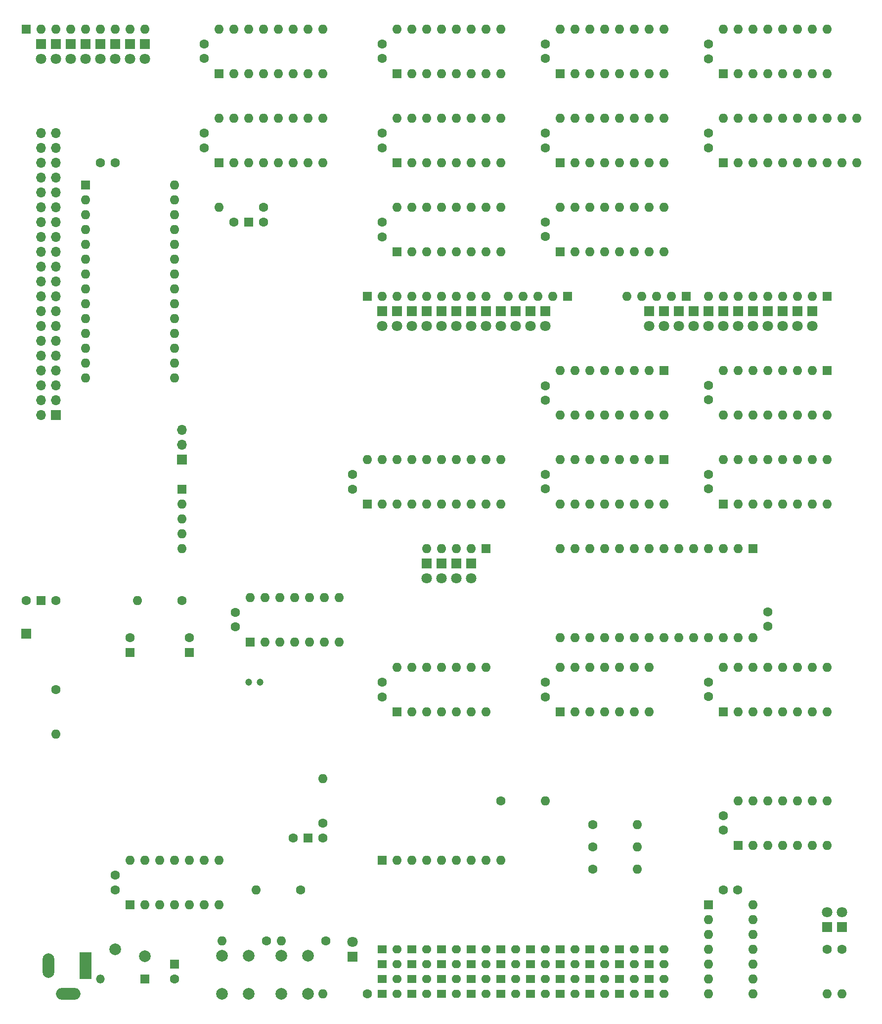
<source format=gbr>
%TF.GenerationSoftware,KiCad,Pcbnew,8.0.6*%
%TF.CreationDate,2025-02-22T13:50:16+09:00*%
%TF.ProjectId,HC4_KiCad,4843345f-4b69-4436-9164-2e6b69636164,rev?*%
%TF.SameCoordinates,Original*%
%TF.FileFunction,Soldermask,Top*%
%TF.FilePolarity,Negative*%
%FSLAX46Y46*%
G04 Gerber Fmt 4.6, Leading zero omitted, Abs format (unit mm)*
G04 Created by KiCad (PCBNEW 8.0.6) date 2025-02-22 13:50:16*
%MOMM*%
%LPD*%
G01*
G04 APERTURE LIST*
%ADD10R,1.800000X1.800000*%
%ADD11C,1.800000*%
%ADD12R,1.600000X1.600000*%
%ADD13O,1.600000X1.600000*%
%ADD14R,1.600000X1.400000*%
%ADD15O,1.600000X1.400000*%
%ADD16R,1.700000X1.700000*%
%ADD17C,1.600000*%
%ADD18O,1.700000X1.700000*%
%ADD19R,2.000000X4.600000*%
%ADD20O,2.000000X4.200000*%
%ADD21O,4.200000X2.000000*%
%ADD22R,1.500000X1.500000*%
%ADD23C,2.000000*%
%ADD24C,2.010000*%
%ADD25O,1.500000X1.500000*%
%ADD26C,1.200000*%
G04 APERTURE END LIST*
D10*
%TO.C,LD14*%
X180340000Y-78740000D03*
D11*
X180340000Y-81280000D03*
%TD*%
D12*
%TO.C,IC2*%
X220980000Y-119380000D03*
D13*
X218440000Y-119380000D03*
X215900000Y-119380000D03*
X213360000Y-119380000D03*
X210820000Y-119380000D03*
X208280000Y-119380000D03*
X205740000Y-119380000D03*
X203200000Y-119380000D03*
X200660000Y-119380000D03*
X198120000Y-119380000D03*
X195580000Y-119380000D03*
X193040000Y-119380000D03*
X190500000Y-119380000D03*
X187960000Y-119380000D03*
X187960000Y-134620000D03*
X190500000Y-134620000D03*
X193040000Y-134620000D03*
X195580000Y-134620000D03*
X198120000Y-134620000D03*
X200660000Y-134620000D03*
X203200000Y-134620000D03*
X205740000Y-134620000D03*
X208280000Y-134620000D03*
X210820000Y-134620000D03*
X213360000Y-134620000D03*
X215900000Y-134620000D03*
X218440000Y-134620000D03*
X220980000Y-134620000D03*
%TD*%
D14*
%TO.C,D38*%
X203200000Y-187960000D03*
D15*
X205740000Y-187960000D03*
%TD*%
D14*
%TO.C,D40*%
X203200000Y-193040000D03*
D15*
X205740000Y-193040000D03*
%TD*%
D14*
%TO.C,D36*%
X198120000Y-193040000D03*
D15*
X200660000Y-193040000D03*
%TD*%
D12*
%TO.C,IC23*%
X215900000Y-111760000D03*
D13*
X218440000Y-111760000D03*
X220980000Y-111760000D03*
X223520000Y-111760000D03*
X226060000Y-111760000D03*
X228600000Y-111760000D03*
X231140000Y-111760000D03*
X233680000Y-111760000D03*
X233680000Y-104140000D03*
X231140000Y-104140000D03*
X228600000Y-104140000D03*
X226060000Y-104140000D03*
X223520000Y-104140000D03*
X220980000Y-104140000D03*
X218440000Y-104140000D03*
X215900000Y-104140000D03*
%TD*%
D10*
%TO.C,LD11*%
X182880000Y-78740000D03*
D11*
X182880000Y-81280000D03*
%TD*%
D14*
%TO.C,D18*%
X177800000Y-187960000D03*
D15*
X180340000Y-187960000D03*
%TD*%
D14*
%TO.C,D20*%
X177800000Y-193040000D03*
D15*
X180340000Y-193040000D03*
%TD*%
D10*
%TO.C,LD2*%
X233680000Y-184155000D03*
D11*
X233680000Y-181615000D03*
%TD*%
D16*
%TO.C,J2*%
X96520000Y-133985000D03*
%TD*%
D14*
%TO.C,D27*%
X187960000Y-190500000D03*
D15*
X190500000Y-190500000D03*
%TD*%
D17*
%TO.C,CP7*%
X185420000Y-48300000D03*
X185420000Y-50800000D03*
%TD*%
D10*
%TO.C,LD9*%
X175260000Y-78740000D03*
D11*
X175260000Y-81280000D03*
%TD*%
D17*
%TO.C,CP8*%
X185420000Y-63500000D03*
X185420000Y-66000000D03*
%TD*%
D10*
%TO.C,LD6*%
X167640000Y-121920000D03*
D11*
X167640000Y-124460000D03*
%TD*%
D12*
%TO.C,IC5*%
X160020000Y-53380000D03*
D13*
X162560000Y-53380000D03*
X165100000Y-53380000D03*
X167640000Y-53380000D03*
X170180000Y-53380000D03*
X172720000Y-53380000D03*
X175260000Y-53380000D03*
X177800000Y-53380000D03*
X177800000Y-45760000D03*
X175260000Y-45760000D03*
X172720000Y-45760000D03*
X170180000Y-45760000D03*
X167640000Y-45760000D03*
X165100000Y-45760000D03*
X162560000Y-45760000D03*
X160020000Y-45760000D03*
%TD*%
D12*
%TO.C,C1*%
X121920000Y-190540000D03*
D17*
X121920000Y-193040000D03*
%TD*%
D14*
%TO.C,D8*%
X162560000Y-193040000D03*
D15*
X165100000Y-193040000D03*
%TD*%
D14*
%TO.C,D2*%
X157480000Y-187960000D03*
D15*
X160020000Y-187960000D03*
%TD*%
D16*
%TO.C,JP1*%
X123190000Y-104140000D03*
D18*
X123190000Y-101600000D03*
X123190000Y-99060000D03*
%TD*%
D19*
%TO.C,J1*%
X106680000Y-190780000D03*
D20*
X100380000Y-190780000D03*
D21*
X103780000Y-195580000D03*
%TD*%
D12*
%TO.C,IC21*%
X215900000Y-147320000D03*
D13*
X218440000Y-147320000D03*
X220980000Y-147320000D03*
X223520000Y-147320000D03*
X226060000Y-147320000D03*
X228600000Y-147320000D03*
X231140000Y-147320000D03*
X233680000Y-147320000D03*
X233680000Y-139700000D03*
X231140000Y-139700000D03*
X228600000Y-139700000D03*
X226060000Y-139700000D03*
X223520000Y-139700000D03*
X220980000Y-139700000D03*
X218440000Y-139700000D03*
X215900000Y-139700000D03*
%TD*%
D12*
%TO.C,IC18*%
X218440000Y-170180000D03*
D13*
X220980000Y-170180000D03*
X223520000Y-170180000D03*
X226060000Y-170180000D03*
X228600000Y-170180000D03*
X231140000Y-170180000D03*
X233680000Y-170180000D03*
X233680000Y-162560000D03*
X231140000Y-162560000D03*
X228600000Y-162560000D03*
X226060000Y-162560000D03*
X223520000Y-162560000D03*
X220980000Y-162560000D03*
X218440000Y-162560000D03*
%TD*%
D14*
%TO.C,D32*%
X193040000Y-193040000D03*
D15*
X195580000Y-193040000D03*
%TD*%
D12*
%TO.C,RN7*%
X233680000Y-76200000D03*
D13*
X231140000Y-76200000D03*
X228600000Y-76200000D03*
X226060000Y-76200000D03*
X223520000Y-76200000D03*
X220980000Y-76200000D03*
X218440000Y-76200000D03*
X215900000Y-76200000D03*
X213360000Y-76200000D03*
%TD*%
D14*
%TO.C,D41*%
X203200000Y-195580000D03*
D15*
X205740000Y-195580000D03*
%TD*%
D10*
%TO.C,LD17*%
X177800000Y-78740000D03*
D11*
X177800000Y-81280000D03*
%TD*%
D10*
%TO.C,LD23*%
X106680000Y-33020000D03*
D11*
X106680000Y-35560000D03*
%TD*%
D22*
%TO.C,SW5*%
X144780000Y-168910000D03*
D17*
X147320000Y-168910000D03*
X142240000Y-168910000D03*
%TD*%
D14*
%TO.C,D9*%
X162560000Y-195580000D03*
D15*
X165100000Y-195580000D03*
%TD*%
D10*
%TO.C,LD28*%
X231140000Y-78740000D03*
D11*
X231140000Y-81280000D03*
%TD*%
D12*
%TO.C,C2*%
X124460000Y-137160000D03*
D17*
X124460000Y-134660000D03*
%TD*%
D16*
%TO.C,J3*%
X101600000Y-96520000D03*
D18*
X99060000Y-96520000D03*
X101600000Y-93980000D03*
X99060000Y-93980000D03*
X101600000Y-91440000D03*
X99060000Y-91440000D03*
X101600000Y-88900000D03*
X99060000Y-88900000D03*
X101600000Y-86360000D03*
X99060000Y-86360000D03*
X101600000Y-83820000D03*
X99060000Y-83820000D03*
X101600000Y-81280000D03*
X99060000Y-81280000D03*
X101600000Y-78740000D03*
X99060000Y-78740000D03*
X101600000Y-76200000D03*
X99060000Y-76200000D03*
X101600000Y-73660000D03*
X99060000Y-73660000D03*
X101600000Y-71120000D03*
X99060000Y-71120000D03*
X101600000Y-68580000D03*
X99060000Y-68580000D03*
X101600000Y-66040000D03*
X99060000Y-66040000D03*
X101600000Y-63500000D03*
X99060000Y-63500000D03*
X101600000Y-60960000D03*
X99060000Y-60960000D03*
X101600000Y-58420000D03*
X99060000Y-58420000D03*
X101600000Y-55880000D03*
X99060000Y-55880000D03*
X101600000Y-53340000D03*
X99060000Y-53340000D03*
X101600000Y-50800000D03*
X99060000Y-50800000D03*
X101600000Y-48260000D03*
X99060000Y-48260000D03*
%TD*%
D17*
%TO.C,CP11*%
X213360000Y-33060000D03*
X213360000Y-35560000D03*
%TD*%
D12*
%TO.C,RN4*%
X154940000Y-76200000D03*
D13*
X157480000Y-76200000D03*
X160020000Y-76200000D03*
X162560000Y-76200000D03*
X165100000Y-76200000D03*
X167640000Y-76200000D03*
X170180000Y-76200000D03*
X172720000Y-76200000D03*
X175260000Y-76200000D03*
%TD*%
D14*
%TO.C,D35*%
X198120000Y-190500000D03*
D15*
X200660000Y-190500000D03*
%TD*%
D22*
%TO.C,SW2*%
X134620000Y-63500000D03*
D17*
X137160000Y-63500000D03*
X132080000Y-63500000D03*
%TD*%
D10*
%TO.C,LD7*%
X165100000Y-121960000D03*
D11*
X165100000Y-124500000D03*
%TD*%
D10*
%TO.C,LD10*%
X165100000Y-78740000D03*
D11*
X165100000Y-81280000D03*
%TD*%
D12*
%TO.C,IC13*%
X205740000Y-88940000D03*
D13*
X203200000Y-88940000D03*
X200660000Y-88940000D03*
X198120000Y-88940000D03*
X195580000Y-88940000D03*
X193040000Y-88940000D03*
X190500000Y-88940000D03*
X187960000Y-88940000D03*
X187960000Y-96560000D03*
X190500000Y-96560000D03*
X193040000Y-96560000D03*
X195580000Y-96560000D03*
X198120000Y-96560000D03*
X200660000Y-96560000D03*
X203200000Y-96560000D03*
X205740000Y-96560000D03*
%TD*%
D17*
%TO.C,CP1*%
X111760000Y-53340000D03*
X109260000Y-53340000D03*
%TD*%
%TO.C,CP20*%
X157480000Y-142280000D03*
X157480000Y-144780000D03*
%TD*%
D12*
%TO.C,IC6*%
X160020000Y-68620000D03*
D13*
X162560000Y-68620000D03*
X165100000Y-68620000D03*
X167640000Y-68620000D03*
X170180000Y-68620000D03*
X172720000Y-68620000D03*
X175260000Y-68620000D03*
X177800000Y-68620000D03*
X177800000Y-61000000D03*
X175260000Y-61000000D03*
X172720000Y-61000000D03*
X170180000Y-61000000D03*
X167640000Y-61000000D03*
X165100000Y-61000000D03*
X162560000Y-61000000D03*
X160020000Y-61000000D03*
%TD*%
D10*
%TO.C,LD36*%
X210820000Y-78740000D03*
D11*
X210820000Y-81280000D03*
%TD*%
D12*
%TO.C,IC10*%
X134874000Y-135382000D03*
D13*
X137414000Y-135382000D03*
X139954000Y-135382000D03*
X142494000Y-135382000D03*
X145034000Y-135382000D03*
X147574000Y-135382000D03*
X150114000Y-135382000D03*
X150114000Y-127762000D03*
X147574000Y-127762000D03*
X145034000Y-127762000D03*
X142494000Y-127762000D03*
X139954000Y-127762000D03*
X137414000Y-127762000D03*
X134874000Y-127762000D03*
%TD*%
D17*
%TO.C,CP22*%
X218400000Y-177800000D03*
X215900000Y-177800000D03*
%TD*%
D23*
%TO.C,SW3*%
X134620000Y-189080000D03*
X134620000Y-195580000D03*
X130120000Y-189080000D03*
X130120000Y-195580000D03*
%TD*%
D10*
%TO.C,LD3*%
X236220000Y-184150000D03*
D11*
X236220000Y-181610000D03*
%TD*%
D17*
%TO.C,CP17*%
X127000000Y-33020000D03*
X127000000Y-35520000D03*
%TD*%
D14*
%TO.C,D39*%
X203200000Y-190500000D03*
D15*
X205740000Y-190500000D03*
%TD*%
D14*
%TO.C,D37*%
X198120000Y-195580000D03*
D15*
X200660000Y-195580000D03*
%TD*%
D10*
%TO.C,LD30*%
X226060000Y-78740000D03*
D11*
X226060000Y-81280000D03*
%TD*%
D17*
%TO.C,CP19*%
X185420000Y-142280000D03*
X185420000Y-144780000D03*
%TD*%
D14*
%TO.C,D24*%
X182880000Y-193040000D03*
D15*
X185420000Y-193040000D03*
%TD*%
D10*
%TO.C,LD27*%
X116840000Y-33060000D03*
D11*
X116840000Y-35600000D03*
%TD*%
D10*
%TO.C,LD31*%
X223520000Y-78740000D03*
D11*
X223520000Y-81280000D03*
%TD*%
D10*
%TO.C,LD26*%
X114300000Y-33020000D03*
D11*
X114300000Y-35560000D03*
%TD*%
D17*
%TO.C,R3*%
X236220000Y-187960000D03*
D13*
X236220000Y-195580000D03*
%TD*%
D10*
%TO.C,LD20*%
X99060000Y-33065000D03*
D11*
X99060000Y-35605000D03*
%TD*%
D14*
%TO.C,D13*%
X167640000Y-195580000D03*
D15*
X170180000Y-195580000D03*
%TD*%
D17*
%TO.C,R12*%
X147320000Y-166370000D03*
D13*
X147320000Y-158750000D03*
%TD*%
D10*
%TO.C,LD1*%
X152400000Y-189230000D03*
D11*
X152400000Y-186690000D03*
%TD*%
D17*
%TO.C,R1*%
X154940000Y-195580000D03*
D13*
X147320000Y-195580000D03*
%TD*%
D12*
%TO.C,RN1*%
X123190000Y-109220000D03*
D13*
X123190000Y-111760000D03*
X123190000Y-114300000D03*
X123190000Y-116840000D03*
X123190000Y-119380000D03*
%TD*%
D17*
%TO.C,R5*%
X193610000Y-170460000D03*
D13*
X201230000Y-170460000D03*
%TD*%
D14*
%TO.C,D15*%
X172720000Y-190500000D03*
D15*
X175260000Y-190500000D03*
%TD*%
D10*
%TO.C,LD24*%
X109220000Y-33020000D03*
D11*
X109220000Y-35560000D03*
%TD*%
D17*
%TO.C,CP2*%
X223520000Y-130195000D03*
X223520000Y-132695000D03*
%TD*%
D10*
%TO.C,LD12*%
X172720000Y-78740000D03*
D11*
X172720000Y-81280000D03*
%TD*%
D10*
%TO.C,LD37*%
X208280000Y-78740000D03*
D11*
X208280000Y-81280000D03*
%TD*%
D14*
%TO.C,D11*%
X167640000Y-190500000D03*
D15*
X170180000Y-190500000D03*
%TD*%
D14*
%TO.C,D6*%
X162560000Y-187960000D03*
D15*
X165100000Y-187960000D03*
%TD*%
D17*
%TO.C,CP21*%
X213360000Y-142240000D03*
X213360000Y-144740000D03*
%TD*%
D12*
%TO.C,IC16*%
X129540000Y-53340000D03*
D13*
X132080000Y-53340000D03*
X134620000Y-53340000D03*
X137160000Y-53340000D03*
X139700000Y-53340000D03*
X142240000Y-53340000D03*
X144780000Y-53340000D03*
X147320000Y-53340000D03*
X147320000Y-45720000D03*
X144780000Y-45720000D03*
X142240000Y-45720000D03*
X139700000Y-45720000D03*
X137160000Y-45720000D03*
X134620000Y-45720000D03*
X132080000Y-45720000D03*
X129540000Y-45720000D03*
%TD*%
D10*
%TO.C,LD38*%
X205740000Y-78740000D03*
D11*
X205740000Y-81280000D03*
%TD*%
D14*
%TO.C,D23*%
X182880000Y-190500000D03*
D15*
X185420000Y-190500000D03*
%TD*%
D12*
%TO.C,IC4*%
X160020000Y-38140000D03*
D13*
X162560000Y-38140000D03*
X165100000Y-38140000D03*
X167640000Y-38140000D03*
X170180000Y-38140000D03*
X172720000Y-38140000D03*
X175260000Y-38140000D03*
X177800000Y-38140000D03*
X177800000Y-30520000D03*
X175260000Y-30520000D03*
X172720000Y-30520000D03*
X170180000Y-30520000D03*
X167640000Y-30520000D03*
X165100000Y-30520000D03*
X162560000Y-30520000D03*
X160020000Y-30520000D03*
%TD*%
D12*
%TO.C,IC15*%
X205740000Y-104180000D03*
D13*
X203200000Y-104180000D03*
X200660000Y-104180000D03*
X198120000Y-104180000D03*
X195580000Y-104180000D03*
X193040000Y-104180000D03*
X190500000Y-104180000D03*
X187960000Y-104180000D03*
X187960000Y-111800000D03*
X190500000Y-111800000D03*
X193040000Y-111800000D03*
X195580000Y-111800000D03*
X198120000Y-111800000D03*
X200660000Y-111800000D03*
X203200000Y-111800000D03*
X205740000Y-111800000D03*
%TD*%
D14*
%TO.C,D30*%
X193040000Y-187960000D03*
D15*
X195580000Y-187960000D03*
%TD*%
D10*
%TO.C,LD29*%
X228600000Y-78740000D03*
D11*
X228600000Y-81280000D03*
%TD*%
D12*
%TO.C,IC22*%
X213360000Y-180340000D03*
D13*
X213360000Y-182880000D03*
X213360000Y-185420000D03*
X213360000Y-187960000D03*
X213360000Y-190500000D03*
X213360000Y-193040000D03*
X213360000Y-195580000D03*
X220980000Y-195580000D03*
X220980000Y-193040000D03*
X220980000Y-190500000D03*
X220980000Y-187960000D03*
X220980000Y-185420000D03*
X220980000Y-182880000D03*
X220980000Y-180340000D03*
%TD*%
D14*
%TO.C,D14*%
X172720000Y-187960000D03*
D15*
X175260000Y-187960000D03*
%TD*%
D17*
%TO.C,CP18*%
X215900000Y-165100000D03*
X215900000Y-167600000D03*
%TD*%
D22*
%TO.C,SW1*%
X99060000Y-128270000D03*
D17*
X101600000Y-128270000D03*
X96520000Y-128270000D03*
%TD*%
D12*
%TO.C,IC14*%
X233680000Y-88900000D03*
D13*
X231140000Y-88900000D03*
X228600000Y-88900000D03*
X226060000Y-88900000D03*
X223520000Y-88900000D03*
X220980000Y-88900000D03*
X218440000Y-88900000D03*
X215900000Y-88900000D03*
X215900000Y-96520000D03*
X218440000Y-96520000D03*
X220980000Y-96520000D03*
X223520000Y-96520000D03*
X226060000Y-96520000D03*
X228600000Y-96520000D03*
X231140000Y-96520000D03*
X233680000Y-96520000D03*
%TD*%
D17*
%TO.C,R2*%
X233680000Y-187960000D03*
D13*
X233680000Y-195580000D03*
%TD*%
D14*
%TO.C,D26*%
X187960000Y-187960000D03*
D15*
X190500000Y-187960000D03*
%TD*%
D10*
%TO.C,LD21*%
X101600000Y-33020000D03*
D11*
X101600000Y-35560000D03*
%TD*%
D17*
%TO.C,R10*%
X143510000Y-177800000D03*
D13*
X135890000Y-177800000D03*
%TD*%
D12*
%TO.C,IC12*%
X215900000Y-53380000D03*
D13*
X218440000Y-53380000D03*
X220980000Y-53380000D03*
X223520000Y-53380000D03*
X226060000Y-53380000D03*
X228600000Y-53380000D03*
X231140000Y-53380000D03*
X233680000Y-53380000D03*
X236220000Y-53380000D03*
X238760000Y-53380000D03*
X238760000Y-45760000D03*
X236220000Y-45760000D03*
X233680000Y-45760000D03*
X231140000Y-45760000D03*
X228600000Y-45760000D03*
X226060000Y-45760000D03*
X223520000Y-45760000D03*
X220980000Y-45760000D03*
X218440000Y-45760000D03*
X215900000Y-45760000D03*
%TD*%
D10*
%TO.C,LD13*%
X162560000Y-78740000D03*
D11*
X162560000Y-81280000D03*
%TD*%
D12*
%TO.C,IC7*%
X187960000Y-53380000D03*
D13*
X190500000Y-53380000D03*
X193040000Y-53380000D03*
X195580000Y-53380000D03*
X198120000Y-53380000D03*
X200660000Y-53380000D03*
X203200000Y-53380000D03*
X205740000Y-53380000D03*
X205740000Y-45760000D03*
X203200000Y-45760000D03*
X200660000Y-45760000D03*
X198120000Y-45760000D03*
X195580000Y-45760000D03*
X193040000Y-45760000D03*
X190500000Y-45760000D03*
X187960000Y-45760000D03*
%TD*%
D10*
%TO.C,LD32*%
X220980000Y-78740000D03*
D11*
X220980000Y-81280000D03*
%TD*%
D14*
%TO.C,D28*%
X187960000Y-193040000D03*
D15*
X190500000Y-193040000D03*
%TD*%
D17*
%TO.C,CP16*%
X127000000Y-48300000D03*
X127000000Y-50800000D03*
%TD*%
D10*
%TO.C,LD16*%
X160020000Y-78740000D03*
D11*
X160020000Y-81280000D03*
%TD*%
D17*
%TO.C,CP6*%
X185420000Y-33020000D03*
X185420000Y-35520000D03*
%TD*%
D14*
%TO.C,D12*%
X167640000Y-193040000D03*
D15*
X170180000Y-193040000D03*
%TD*%
D14*
%TO.C,D17*%
X172720000Y-195580000D03*
D15*
X175260000Y-195580000D03*
%TD*%
D12*
%TO.C,RN3*%
X189230000Y-76200000D03*
D13*
X186690000Y-76200000D03*
X184150000Y-76200000D03*
X181610000Y-76200000D03*
X179070000Y-76200000D03*
%TD*%
D17*
%TO.C,R8*%
X147900000Y-186540000D03*
D13*
X140280000Y-186540000D03*
%TD*%
D12*
%TO.C,IC24*%
X114300000Y-180340000D03*
D13*
X116840000Y-180340000D03*
X119380000Y-180340000D03*
X121920000Y-180340000D03*
X124460000Y-180340000D03*
X127000000Y-180340000D03*
X129540000Y-180340000D03*
X129540000Y-172720000D03*
X127000000Y-172720000D03*
X124460000Y-172720000D03*
X121920000Y-172720000D03*
X119380000Y-172720000D03*
X116840000Y-172720000D03*
X114300000Y-172720000D03*
%TD*%
D17*
%TO.C,CP12*%
X213360000Y-48300000D03*
X213360000Y-50800000D03*
%TD*%
D12*
%TO.C,IC20*%
X160020000Y-147320000D03*
D13*
X162560000Y-147320000D03*
X165100000Y-147320000D03*
X167640000Y-147320000D03*
X170180000Y-147320000D03*
X172720000Y-147320000D03*
X175260000Y-147320000D03*
X175260000Y-139700000D03*
X172720000Y-139700000D03*
X170180000Y-139700000D03*
X167640000Y-139700000D03*
X165100000Y-139700000D03*
X162560000Y-139700000D03*
X160020000Y-139700000D03*
%TD*%
D17*
%TO.C,R11*%
X101600000Y-143510000D03*
D13*
X101600000Y-151130000D03*
%TD*%
D10*
%TO.C,LD15*%
X170180000Y-78740000D03*
D11*
X170180000Y-81280000D03*
%TD*%
D10*
%TO.C,LD5*%
X170180000Y-121920000D03*
D11*
X170180000Y-124460000D03*
%TD*%
D12*
%TO.C,RN5*%
X96520000Y-30480000D03*
D13*
X99060000Y-30480000D03*
X101600000Y-30480000D03*
X104140000Y-30480000D03*
X106680000Y-30480000D03*
X109220000Y-30480000D03*
X111760000Y-30480000D03*
X114300000Y-30480000D03*
X116840000Y-30480000D03*
%TD*%
D14*
%TO.C,D10*%
X167640000Y-187960000D03*
D15*
X170180000Y-187960000D03*
%TD*%
D17*
%TO.C,R3*%
X193610000Y-166650000D03*
D13*
X201230000Y-166650000D03*
%TD*%
D12*
%TO.C,IC1*%
X106680000Y-57160000D03*
D13*
X106680000Y-59700000D03*
X106680000Y-62240000D03*
X106680000Y-64780000D03*
X106680000Y-67320000D03*
X106680000Y-69860000D03*
X106680000Y-72400000D03*
X106680000Y-74940000D03*
X106680000Y-77480000D03*
X106680000Y-80020000D03*
X106680000Y-82560000D03*
X106680000Y-85100000D03*
X106680000Y-87640000D03*
X106680000Y-90180000D03*
X121920000Y-90180000D03*
X121920000Y-87640000D03*
X121920000Y-85100000D03*
X121920000Y-82560000D03*
X121920000Y-80020000D03*
X121920000Y-77480000D03*
X121920000Y-74940000D03*
X121920000Y-72400000D03*
X121920000Y-69860000D03*
X121920000Y-67320000D03*
X121920000Y-64780000D03*
X121920000Y-62240000D03*
X121920000Y-59700000D03*
X121920000Y-57160000D03*
%TD*%
D14*
%TO.C,D25*%
X182880000Y-195580000D03*
D15*
X185420000Y-195580000D03*
%TD*%
D10*
%TO.C,LD18*%
X167640000Y-78740000D03*
D11*
X167640000Y-81280000D03*
%TD*%
D14*
%TO.C,D29*%
X187960000Y-195580000D03*
D15*
X190500000Y-195580000D03*
%TD*%
D17*
%TO.C,R7*%
X137740000Y-186540000D03*
D13*
X130120000Y-186540000D03*
%TD*%
D17*
%TO.C,CP3*%
X157480000Y-63540000D03*
X157480000Y-66040000D03*
%TD*%
D10*
%TO.C,LD4*%
X172720000Y-121920000D03*
D11*
X172720000Y-124460000D03*
%TD*%
D17*
%TO.C,R13*%
X123190000Y-128270000D03*
D13*
X115570000Y-128270000D03*
%TD*%
D14*
%TO.C,D19*%
X177800000Y-190500000D03*
D15*
X180340000Y-190500000D03*
%TD*%
D12*
%TO.C,IC3*%
X187960000Y-38100000D03*
D13*
X190500000Y-38100000D03*
X193040000Y-38100000D03*
X195580000Y-38100000D03*
X198120000Y-38100000D03*
X200660000Y-38100000D03*
X203200000Y-38100000D03*
X205740000Y-38100000D03*
X205740000Y-30480000D03*
X203200000Y-30480000D03*
X200660000Y-30480000D03*
X198120000Y-30480000D03*
X195580000Y-30480000D03*
X193040000Y-30480000D03*
X190500000Y-30480000D03*
X187960000Y-30480000D03*
%TD*%
D17*
%TO.C,CP9*%
X152400000Y-106720000D03*
X152400000Y-109220000D03*
%TD*%
D14*
%TO.C,D7*%
X162560000Y-190500000D03*
D15*
X165100000Y-190500000D03*
%TD*%
D10*
%TO.C,LD8*%
X185420000Y-78740000D03*
D11*
X185420000Y-81280000D03*
%TD*%
D17*
%TO.C,CP13*%
X185420000Y-94020000D03*
X185420000Y-91520000D03*
%TD*%
%TO.C,CP23*%
X213360000Y-106680000D03*
X213360000Y-109180000D03*
%TD*%
D12*
%TO.C,IC9*%
X154940000Y-111760000D03*
D13*
X157480000Y-111760000D03*
X160020000Y-111760000D03*
X162560000Y-111760000D03*
X165100000Y-111760000D03*
X167640000Y-111760000D03*
X170180000Y-111760000D03*
X172720000Y-111760000D03*
X175260000Y-111760000D03*
X177800000Y-111760000D03*
X177800000Y-104140000D03*
X175260000Y-104140000D03*
X172720000Y-104140000D03*
X170180000Y-104140000D03*
X167640000Y-104140000D03*
X165100000Y-104140000D03*
X162560000Y-104140000D03*
X160020000Y-104140000D03*
X157480000Y-104140000D03*
X154940000Y-104140000D03*
%TD*%
D12*
%TO.C,RN6*%
X157480000Y-172720000D03*
D13*
X160020000Y-172720000D03*
X162560000Y-172720000D03*
X165100000Y-172720000D03*
X167640000Y-172720000D03*
X170180000Y-172720000D03*
X172720000Y-172720000D03*
X175260000Y-172720000D03*
X177800000Y-172720000D03*
%TD*%
D17*
%TO.C,R9*%
X177800000Y-162560000D03*
D13*
X185420000Y-162560000D03*
%TD*%
D17*
%TO.C,R4*%
X137160000Y-60960000D03*
D13*
X129540000Y-60960000D03*
%TD*%
D14*
%TO.C,D16*%
X172720000Y-193040000D03*
D15*
X175260000Y-193040000D03*
%TD*%
D12*
%TO.C,IC19*%
X187960000Y-147320000D03*
D13*
X190500000Y-147320000D03*
X193040000Y-147320000D03*
X195580000Y-147320000D03*
X198120000Y-147320000D03*
X200660000Y-147320000D03*
X203200000Y-147320000D03*
X203200000Y-139700000D03*
X200660000Y-139700000D03*
X198120000Y-139700000D03*
X195580000Y-139700000D03*
X193040000Y-139700000D03*
X190500000Y-139700000D03*
X187960000Y-139700000D03*
%TD*%
D14*
%TO.C,D4*%
X157480000Y-193040000D03*
D15*
X160020000Y-193040000D03*
%TD*%
D10*
%TO.C,LD25*%
X111760000Y-33020000D03*
D11*
X111760000Y-35560000D03*
%TD*%
D24*
%TO.C,F1*%
X111760000Y-187960000D03*
X116860000Y-189160000D03*
%TD*%
D14*
%TO.C,D22*%
X182880000Y-187960000D03*
D15*
X185420000Y-187960000D03*
%TD*%
D17*
%TO.C,CP15*%
X185420000Y-106680000D03*
X185420000Y-109180000D03*
%TD*%
D14*
%TO.C,D3*%
X157480000Y-190500000D03*
D15*
X160020000Y-190500000D03*
%TD*%
D12*
%TO.C,RN2*%
X175260000Y-119420000D03*
D13*
X172720000Y-119420000D03*
X170180000Y-119420000D03*
X167640000Y-119420000D03*
X165100000Y-119420000D03*
%TD*%
D17*
%TO.C,CP5*%
X157490000Y-33020000D03*
X157490000Y-35520000D03*
%TD*%
D23*
%TO.C,SW4*%
X144780000Y-189080000D03*
X144780000Y-195580000D03*
X140280000Y-189080000D03*
X140280000Y-195580000D03*
%TD*%
D14*
%TO.C,D33*%
X193040000Y-195580000D03*
D15*
X195580000Y-195580000D03*
%TD*%
D17*
%TO.C,CP14*%
X213360000Y-93940000D03*
X213360000Y-91440000D03*
%TD*%
D14*
%TO.C,D5*%
X157480000Y-195580000D03*
D15*
X160020000Y-195580000D03*
%TD*%
D14*
%TO.C,D21*%
X177800000Y-195580000D03*
D15*
X180340000Y-195580000D03*
%TD*%
D10*
%TO.C,LD35*%
X213360000Y-78740000D03*
D11*
X213360000Y-81280000D03*
%TD*%
D10*
%TO.C,LD19*%
X157480000Y-78740000D03*
D11*
X157480000Y-81280000D03*
%TD*%
D10*
%TO.C,LD34*%
X215900000Y-78740000D03*
D11*
X215900000Y-81280000D03*
%TD*%
D10*
%TO.C,LD22*%
X104140000Y-33020000D03*
D11*
X104140000Y-35560000D03*
%TD*%
D12*
%TO.C,RN8*%
X209550000Y-76200000D03*
D13*
X207010000Y-76200000D03*
X204470000Y-76200000D03*
X201930000Y-76200000D03*
X199390000Y-76200000D03*
%TD*%
D17*
%TO.C,CP10*%
X132334000Y-130302000D03*
X132334000Y-132802000D03*
%TD*%
%TO.C,CP24*%
X111760000Y-175300000D03*
X111760000Y-177800000D03*
%TD*%
D10*
%TO.C,LD39*%
X203200000Y-78740000D03*
D11*
X203200000Y-81280000D03*
%TD*%
D12*
%TO.C,IC11*%
X215900000Y-38130000D03*
D13*
X218440000Y-38130000D03*
X220980000Y-38130000D03*
X223520000Y-38130000D03*
X226060000Y-38130000D03*
X228600000Y-38130000D03*
X231140000Y-38130000D03*
X233680000Y-38130000D03*
X233680000Y-30510000D03*
X231140000Y-30510000D03*
X228600000Y-30510000D03*
X226060000Y-30510000D03*
X223520000Y-30510000D03*
X220980000Y-30510000D03*
X218440000Y-30510000D03*
X215900000Y-30510000D03*
%TD*%
D22*
%TO.C,D1*%
X116840000Y-193040000D03*
D25*
X109220000Y-193040000D03*
%TD*%
D12*
%TO.C,C3*%
X114300000Y-137160000D03*
D17*
X114300000Y-134660000D03*
%TD*%
%TO.C,CP4*%
X157480000Y-48300000D03*
X157480000Y-50800000D03*
%TD*%
D14*
%TO.C,D31*%
X193040000Y-190500000D03*
D15*
X195580000Y-190500000D03*
%TD*%
D12*
%TO.C,IC17*%
X129540000Y-38100000D03*
D13*
X132080000Y-38100000D03*
X134620000Y-38100000D03*
X137160000Y-38100000D03*
X139700000Y-38100000D03*
X142240000Y-38100000D03*
X144780000Y-38100000D03*
X147320000Y-38100000D03*
X147320000Y-30480000D03*
X144780000Y-30480000D03*
X142240000Y-30480000D03*
X139700000Y-30480000D03*
X137160000Y-30480000D03*
X134620000Y-30480000D03*
X132080000Y-30480000D03*
X129540000Y-30480000D03*
%TD*%
D12*
%TO.C,IC8*%
X187960000Y-68620000D03*
D13*
X190500000Y-68620000D03*
X193040000Y-68620000D03*
X195580000Y-68620000D03*
X198120000Y-68620000D03*
X200660000Y-68620000D03*
X203200000Y-68620000D03*
X205740000Y-68620000D03*
X205740000Y-61000000D03*
X203200000Y-61000000D03*
X200660000Y-61000000D03*
X198120000Y-61000000D03*
X195580000Y-61000000D03*
X193040000Y-61000000D03*
X190500000Y-61000000D03*
X187960000Y-61000000D03*
%TD*%
D10*
%TO.C,LD33*%
X218440000Y-78740000D03*
D11*
X218440000Y-81280000D03*
%TD*%
D17*
%TO.C,R6*%
X193610000Y-174270000D03*
D13*
X201230000Y-174270000D03*
%TD*%
D14*
%TO.C,D34*%
X198120000Y-187960000D03*
D15*
X200660000Y-187960000D03*
%TD*%
D26*
%TO.C,C4*%
X134620000Y-142240000D03*
X136620000Y-142240000D03*
%TD*%
M02*

</source>
